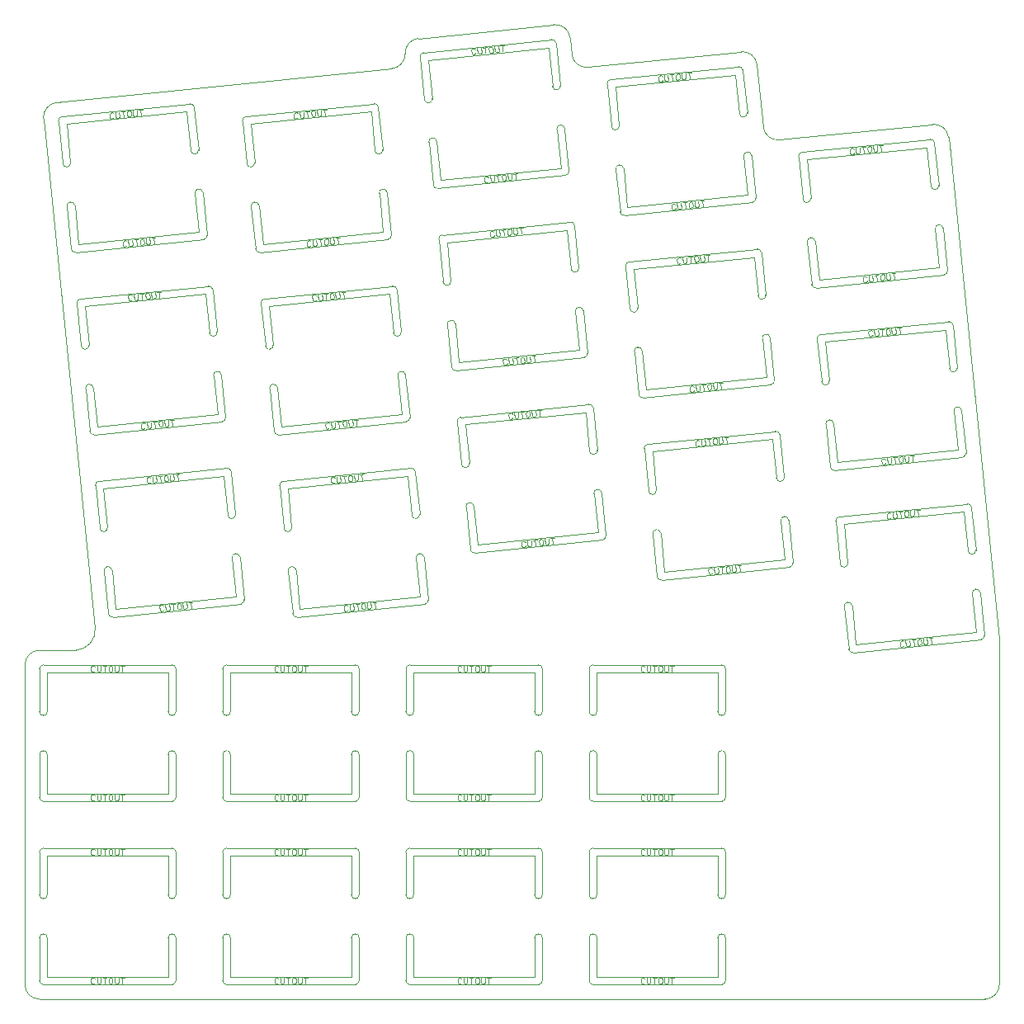
<source format=gko>
%FSAX24Y24*%
%MOIN*%
G70*
G01*
G75*
G04 Layer_Color=16711935*
G04:AMPARAMS|DCode=10|XSize=590.6mil|YSize=334.6mil|CornerRadius=83.7mil|HoleSize=0mil|Usage=FLASHONLY|Rotation=0.000|XOffset=0mil|YOffset=0mil|HoleType=Round|Shape=RoundedRectangle|*
%AMROUNDEDRECTD10*
21,1,0.5906,0.1673,0,0,0.0*
21,1,0.4232,0.3346,0,0,0.0*
1,1,0.1673,0.2116,-0.0837*
1,1,0.1673,-0.2116,-0.0837*
1,1,0.1673,-0.2116,0.0837*
1,1,0.1673,0.2116,0.0837*
%
%ADD10ROUNDEDRECTD10*%
G04:AMPARAMS|DCode=11|XSize=53.2mil|YSize=66.9mil|CornerRadius=13.3mil|HoleSize=0mil|Usage=FLASHONLY|Rotation=180.000|XOffset=0mil|YOffset=0mil|HoleType=Round|Shape=RoundedRectangle|*
%AMROUNDEDRECTD11*
21,1,0.0532,0.0404,0,0,180.0*
21,1,0.0266,0.0669,0,0,180.0*
1,1,0.0266,-0.0133,0.0202*
1,1,0.0266,0.0133,0.0202*
1,1,0.0266,0.0133,-0.0202*
1,1,0.0266,-0.0133,-0.0202*
%
%ADD11ROUNDEDRECTD11*%
G04:AMPARAMS|DCode=12|XSize=25.6mil|YSize=61mil|CornerRadius=6.4mil|HoleSize=0mil|Usage=FLASHONLY|Rotation=270.000|XOffset=0mil|YOffset=0mil|HoleType=Round|Shape=RoundedRectangle|*
%AMROUNDEDRECTD12*
21,1,0.0256,0.0482,0,0,270.0*
21,1,0.0128,0.0610,0,0,270.0*
1,1,0.0128,-0.0241,-0.0064*
1,1,0.0128,-0.0241,0.0064*
1,1,0.0128,0.0241,0.0064*
1,1,0.0128,0.0241,-0.0064*
%
%ADD12ROUNDEDRECTD12*%
G04:AMPARAMS|DCode=13|XSize=27.6mil|YSize=78.7mil|CornerRadius=6.9mil|HoleSize=0mil|Usage=FLASHONLY|Rotation=180.000|XOffset=0mil|YOffset=0mil|HoleType=Round|Shape=RoundedRectangle|*
%AMROUNDEDRECTD13*
21,1,0.0276,0.0650,0,0,180.0*
21,1,0.0138,0.0787,0,0,180.0*
1,1,0.0138,-0.0069,0.0325*
1,1,0.0138,0.0069,0.0325*
1,1,0.0138,0.0069,-0.0325*
1,1,0.0138,-0.0069,-0.0325*
%
%ADD13ROUNDEDRECTD13*%
G04:AMPARAMS|DCode=14|XSize=27.6mil|YSize=78.7mil|CornerRadius=6.9mil|HoleSize=0mil|Usage=FLASHONLY|Rotation=270.000|XOffset=0mil|YOffset=0mil|HoleType=Round|Shape=RoundedRectangle|*
%AMROUNDEDRECTD14*
21,1,0.0276,0.0650,0,0,270.0*
21,1,0.0138,0.0787,0,0,270.0*
1,1,0.0138,-0.0325,-0.0069*
1,1,0.0138,-0.0325,0.0069*
1,1,0.0138,0.0325,0.0069*
1,1,0.0138,0.0325,-0.0069*
%
%ADD14ROUNDEDRECTD14*%
%ADD15C,0.0100*%
%ADD16C,0.0197*%
%ADD17C,0.0098*%
%ADD18C,0.0669*%
%ADD19C,0.0433*%
%ADD20C,0.0787*%
%ADD21R,0.0591X0.0591*%
%ADD22C,0.0591*%
%ADD23C,0.0630*%
%ADD24C,0.0394*%
%ADD25C,0.1693*%
%ADD26C,0.0984*%
G04:AMPARAMS|DCode=27|XSize=98.4mil|YSize=70.9mil|CornerRadius=0mil|HoleSize=0mil|Usage=FLASHONLY|Rotation=5.800|XOffset=0mil|YOffset=0mil|HoleType=Round|Shape=Round|*
%AMOVALD27*
21,1,0.0276,0.0709,0.0000,0.0000,5.8*
1,1,0.0709,-0.0137,-0.0014*
1,1,0.0709,0.0137,0.0014*
%
%ADD27OVALD27*%

%ADD28O,0.0984X0.0709*%
%ADD29C,0.0236*%
%ADD30C,0.0157*%
G04:AMPARAMS|DCode=31|XSize=598.6mil|YSize=342.6mil|CornerRadius=87.7mil|HoleSize=0mil|Usage=FLASHONLY|Rotation=0.000|XOffset=0mil|YOffset=0mil|HoleType=Round|Shape=RoundedRectangle|*
%AMROUNDEDRECTD31*
21,1,0.5986,0.1673,0,0,0.0*
21,1,0.4232,0.3426,0,0,0.0*
1,1,0.1753,0.2116,-0.0837*
1,1,0.1753,-0.2116,-0.0837*
1,1,0.1753,-0.2116,0.0837*
1,1,0.1753,0.2116,0.0837*
%
%ADD31ROUNDEDRECTD31*%
G04:AMPARAMS|DCode=32|XSize=61.2mil|YSize=74.9mil|CornerRadius=17.3mil|HoleSize=0mil|Usage=FLASHONLY|Rotation=180.000|XOffset=0mil|YOffset=0mil|HoleType=Round|Shape=RoundedRectangle|*
%AMROUNDEDRECTD32*
21,1,0.0612,0.0404,0,0,180.0*
21,1,0.0266,0.0749,0,0,180.0*
1,1,0.0346,-0.0133,0.0202*
1,1,0.0346,0.0133,0.0202*
1,1,0.0346,0.0133,-0.0202*
1,1,0.0346,-0.0133,-0.0202*
%
%ADD32ROUNDEDRECTD32*%
G04:AMPARAMS|DCode=33|XSize=33.6mil|YSize=69mil|CornerRadius=10.4mil|HoleSize=0mil|Usage=FLASHONLY|Rotation=270.000|XOffset=0mil|YOffset=0mil|HoleType=Round|Shape=RoundedRectangle|*
%AMROUNDEDRECTD33*
21,1,0.0336,0.0482,0,0,270.0*
21,1,0.0128,0.0690,0,0,270.0*
1,1,0.0208,-0.0241,-0.0064*
1,1,0.0208,-0.0241,0.0064*
1,1,0.0208,0.0241,0.0064*
1,1,0.0208,0.0241,-0.0064*
%
%ADD33ROUNDEDRECTD33*%
G04:AMPARAMS|DCode=34|XSize=35.6mil|YSize=86.7mil|CornerRadius=10.9mil|HoleSize=0mil|Usage=FLASHONLY|Rotation=180.000|XOffset=0mil|YOffset=0mil|HoleType=Round|Shape=RoundedRectangle|*
%AMROUNDEDRECTD34*
21,1,0.0356,0.0650,0,0,180.0*
21,1,0.0138,0.0867,0,0,180.0*
1,1,0.0218,-0.0069,0.0325*
1,1,0.0218,0.0069,0.0325*
1,1,0.0218,0.0069,-0.0325*
1,1,0.0218,-0.0069,-0.0325*
%
%ADD34ROUNDEDRECTD34*%
G04:AMPARAMS|DCode=35|XSize=35.6mil|YSize=86.7mil|CornerRadius=10.9mil|HoleSize=0mil|Usage=FLASHONLY|Rotation=270.000|XOffset=0mil|YOffset=0mil|HoleType=Round|Shape=RoundedRectangle|*
%AMROUNDEDRECTD35*
21,1,0.0356,0.0650,0,0,270.0*
21,1,0.0138,0.0867,0,0,270.0*
1,1,0.0218,-0.0325,-0.0069*
1,1,0.0218,-0.0325,0.0069*
1,1,0.0218,0.0325,0.0069*
1,1,0.0218,0.0325,-0.0069*
%
%ADD35ROUNDEDRECTD35*%
%ADD36C,0.0867*%
%ADD37R,0.0671X0.0671*%
%ADD38C,0.0671*%
%ADD39C,0.0710*%
%ADD40C,0.1773*%
%ADD41C,0.1064*%
G04:AMPARAMS|DCode=42|XSize=106.4mil|YSize=78.9mil|CornerRadius=0mil|HoleSize=0mil|Usage=FLASHONLY|Rotation=5.800|XOffset=0mil|YOffset=0mil|HoleType=Round|Shape=Round|*
%AMOVALD42*
21,1,0.0276,0.0789,0.0000,0.0000,5.8*
1,1,0.0789,-0.0137,-0.0014*
1,1,0.0789,0.0137,0.0014*
%
%ADD42OVALD42*%

%ADD43O,0.1064X0.0789*%
%ADD44C,0.0039*%
%ADD45C,0.0020*%
D44*
X041417Y053465D02*
G03*
X042209Y054377I-000023J000819D01*
G01*
X054200Y076964D02*
G03*
X054731Y077550I-000060J000588D01*
G01*
X055264Y078180D02*
G03*
X054733Y077605I000060J-000588D01*
G01*
X061395Y078209D02*
G03*
X060747Y078737I-000588J-000060D01*
G01*
X061462Y077543D02*
G03*
X062109Y077016I000588J000060D01*
G01*
X068945Y077116D02*
G03*
X068298Y077644I-000588J-000060D01*
G01*
X069200Y074610D02*
G03*
X069847Y074082I000588J000060D01*
G01*
X076683Y074182D02*
G03*
X076036Y074710I-000588J-000060D01*
G01*
X078150Y039370D02*
G03*
X078740Y039961I-000000J000591D01*
G01*
X040648Y075587D02*
G03*
X040120Y074940I000060J-000588D01*
G01*
X039967Y053465D02*
G03*
X039370Y052874I-000003J-000594D01*
G01*
X039370Y039961D02*
G03*
X039961Y039370I000591J000000D01*
G01*
X046591Y070061D02*
G03*
X046732Y070234I-000016J000157D01*
G01*
X041248Y069677D02*
G03*
X041421Y069536I000157J000016D01*
G01*
X040864Y075020D02*
G03*
X040723Y074847I000016J-000157D01*
G01*
X046207Y075404D02*
G03*
X046034Y075545I-000157J-000016D01*
G01*
X041386Y071432D02*
G03*
X041073Y071400I-000157J-000016D01*
G01*
X040898Y073124D02*
G03*
X041211Y073156I000157J000016D01*
G01*
X046557Y071957D02*
G03*
X046243Y071926I-000157J-000016D01*
G01*
X046068Y073649D02*
G03*
X046382Y073681I000157J000016D01*
G01*
X054031Y070061D02*
G03*
X054171Y070234I-000016J000157D01*
G01*
X048688Y069677D02*
G03*
X048860Y069536I000157J000016D01*
G01*
X048303Y075020D02*
G03*
X048163Y074847I000016J-000157D01*
G01*
X053646Y075404D02*
G03*
X053474Y075545I-000157J-000016D01*
G01*
X048826Y071432D02*
G03*
X048513Y071400I-000157J-000016D01*
G01*
X048338Y073124D02*
G03*
X048651Y073155I000157J000016D01*
G01*
X053996Y071957D02*
G03*
X053683Y071925I-000157J-000016D01*
G01*
X053508Y073649D02*
G03*
X053821Y073681I000157J000016D01*
G01*
X061207Y072650D02*
G03*
X061348Y072823I-000016J000157D01*
G01*
X055865Y072266D02*
G03*
X056037Y072125I000157J000016D01*
G01*
X055480Y077609D02*
G03*
X055339Y077436I000016J-000157D01*
G01*
X060823Y077993D02*
G03*
X060650Y078134I-000157J-000016D01*
G01*
X056003Y074021D02*
G03*
X055690Y073989I-000157J-000016D01*
G01*
X055514Y075713D02*
G03*
X055828Y075744I000157J000016D01*
G01*
X061173Y074546D02*
G03*
X060860Y074514I-000157J-000016D01*
G01*
X060685Y076238D02*
G03*
X060998Y076270I000157J000016D01*
G01*
X068758Y071557D02*
G03*
X068899Y071730I-000016J000157D01*
G01*
X063415Y071173D02*
G03*
X063588Y071032I000157J000016D01*
G01*
X063031Y076516D02*
G03*
X062890Y076343I000016J-000157D01*
G01*
X068374Y076900D02*
G03*
X068201Y077041I-000157J-000016D01*
G01*
X063554Y072928D02*
G03*
X063240Y072896I-000157J-000016D01*
G01*
X063065Y074620D02*
G03*
X063378Y074651I000157J000016D01*
G01*
X068724Y073453D02*
G03*
X068410Y073421I-000157J-000016D01*
G01*
X068235Y075145D02*
G03*
X068549Y075177I000157J000016D01*
G01*
X076496Y068623D02*
G03*
X076637Y068796I-000016J000157D01*
G01*
X071153Y068239D02*
G03*
X071326Y068098I000157J000016D01*
G01*
X070769Y073582D02*
G03*
X070628Y073409I000016J-000157D01*
G01*
X076111Y073966D02*
G03*
X075939Y074107I-000157J-000016D01*
G01*
X071291Y069994D02*
G03*
X070978Y069962I-000157J-000016D01*
G01*
X070803Y071686D02*
G03*
X071116Y071718I000157J000016D01*
G01*
X076461Y070519D02*
G03*
X076148Y070487I-000157J-000016D01*
G01*
X075973Y072211D02*
G03*
X076286Y072243I000157J000016D01*
G01*
X047339Y062698D02*
G03*
X047480Y062870I-000016J000157D01*
G01*
X041996Y062313D02*
G03*
X042169Y062172I000157J000016D01*
G01*
X041612Y067656D02*
G03*
X041471Y067483I000016J-000157D01*
G01*
X046955Y068040D02*
G03*
X046782Y068181I-000157J-000016D01*
G01*
X042134Y064068D02*
G03*
X041821Y064037I-000157J-000016D01*
G01*
X041646Y065760D02*
G03*
X041959Y065792I000157J000016D01*
G01*
X047305Y064594D02*
G03*
X046991Y064562I-000157J-000016D01*
G01*
X046816Y066285D02*
G03*
X047130Y066317I000157J000016D01*
G01*
X054779Y062698D02*
G03*
X054919Y062870I-000016J000157D01*
G01*
X049436Y062313D02*
G03*
X049608Y062172I000157J000016D01*
G01*
X049051Y067656D02*
G03*
X048911Y067483I000016J-000157D01*
G01*
X054394Y068040D02*
G03*
X054222Y068181I-000157J-000016D01*
G01*
X049574Y064068D02*
G03*
X049261Y064037I-000157J-000016D01*
G01*
X049086Y065760D02*
G03*
X049399Y065792I000157J000016D01*
G01*
X054744Y064594D02*
G03*
X054431Y064562I-000157J-000016D01*
G01*
X054256Y066285D02*
G03*
X054569Y066317I000157J000016D01*
G01*
X061955Y065286D02*
G03*
X062096Y065459I-000016J000157D01*
G01*
X056613Y064902D02*
G03*
X056785Y064761I000157J000016D01*
G01*
X056228Y070245D02*
G03*
X056087Y070072I000016J-000157D01*
G01*
X061571Y070629D02*
G03*
X061398Y070770I-000157J-000016D01*
G01*
X056751Y066657D02*
G03*
X056438Y066625I-000157J-000016D01*
G01*
X056262Y068349D02*
G03*
X056576Y068381I000157J000016D01*
G01*
X061921Y067182D02*
G03*
X061608Y067151I-000157J-000016D01*
G01*
X061433Y068874D02*
G03*
X061746Y068906I000157J000016D01*
G01*
X069506Y064193D02*
G03*
X069647Y064366I-000016J000157D01*
G01*
X064163Y063809D02*
G03*
X064336Y063668I000157J000016D01*
G01*
X063779Y069152D02*
G03*
X063638Y068979I000016J-000157D01*
G01*
X069122Y069536D02*
G03*
X068949Y069677I-000157J-000016D01*
G01*
X064302Y065564D02*
G03*
X063988Y065532I-000157J-000016D01*
G01*
X063813Y067256D02*
G03*
X064126Y067288I000157J000016D01*
G01*
X069472Y066089D02*
G03*
X069158Y066058I-000157J-000016D01*
G01*
X068983Y067781D02*
G03*
X069297Y067813I000157J000016D01*
G01*
X077244Y061260D02*
G03*
X077385Y061432I-000016J000157D01*
G01*
X071901Y060875D02*
G03*
X072073Y060734I000157J000016D01*
G01*
X071516Y066218D02*
G03*
X071376Y066045I000016J-000157D01*
G01*
X076859Y066602D02*
G03*
X076687Y066743I-000157J-000016D01*
G01*
X072039Y062630D02*
G03*
X071726Y062599I-000157J-000016D01*
G01*
X071551Y064322D02*
G03*
X071864Y064354I000157J000016D01*
G01*
X077209Y063156D02*
G03*
X076896Y063124I-000157J-000016D01*
G01*
X076721Y064847D02*
G03*
X077034Y064879I000157J000016D01*
G01*
X048087Y055334D02*
G03*
X048228Y055507I-000016J000157D01*
G01*
X042744Y054950D02*
G03*
X042917Y054809I000157J000016D01*
G01*
X042360Y060292D02*
G03*
X042219Y060120I000016J-000157D01*
G01*
X047703Y060677D02*
G03*
X047530Y060818I-000157J-000016D01*
G01*
X042882Y056705D02*
G03*
X042569Y056673I-000157J-000016D01*
G01*
X042394Y058396D02*
G03*
X042707Y058428I000157J000016D01*
G01*
X048053Y057230D02*
G03*
X047739Y057198I-000157J-000016D01*
G01*
X047564Y058922D02*
G03*
X047878Y058953I000157J000016D01*
G01*
X055527Y055334D02*
G03*
X055667Y055506I-000016J000157D01*
G01*
X050184Y054949D02*
G03*
X050356Y054809I000157J000016D01*
G01*
X049799Y060292D02*
G03*
X049659Y060120I000016J-000157D01*
G01*
X055142Y060677D02*
G03*
X054970Y060817I-000157J-000016D01*
G01*
X050322Y056705D02*
G03*
X050009Y056673I-000157J-000016D01*
G01*
X049834Y058396D02*
G03*
X050147Y058428I000157J000016D01*
G01*
X055492Y057230D02*
G03*
X055179Y057198I-000157J-000016D01*
G01*
X055004Y058921D02*
G03*
X055317Y058953I000157J000016D01*
G01*
X062703Y057923D02*
G03*
X062844Y058095I-000016J000157D01*
G01*
X057361Y057538D02*
G03*
X057533Y057398I000157J000016D01*
G01*
X056976Y062881D02*
G03*
X056835Y062709I000016J-000157D01*
G01*
X062319Y063266D02*
G03*
X062146Y063406I-000157J-000016D01*
G01*
X057499Y059294D02*
G03*
X057185Y059262I-000157J-000016D01*
G01*
X057010Y060985D02*
G03*
X057324Y061017I000157J000016D01*
G01*
X062669Y059819D02*
G03*
X062356Y059787I-000157J-000016D01*
G01*
X062181Y061510D02*
G03*
X062494Y061542I000157J000016D01*
G01*
X070254Y056830D02*
G03*
X070395Y057002I-000016J000157D01*
G01*
X064911Y056445D02*
G03*
X065084Y056305I000157J000016D01*
G01*
X064527Y061788D02*
G03*
X064386Y061616I000016J-000157D01*
G01*
X069870Y062173D02*
G03*
X069697Y062313I-000157J-000016D01*
G01*
X065050Y058201D02*
G03*
X064736Y058169I-000157J-000016D01*
G01*
X064561Y059892D02*
G03*
X064874Y059924I000157J000016D01*
G01*
X070220Y058726D02*
G03*
X069906Y058694I-000157J-000016D01*
G01*
X069731Y060417D02*
G03*
X070045Y060449I000157J000016D01*
G01*
X077992Y053896D02*
G03*
X078132Y054069I-000016J000157D01*
G01*
X072649Y053512D02*
G03*
X072821Y053371I000157J000016D01*
G01*
X072264Y058854D02*
G03*
X072124Y058682I000016J-000157D01*
G01*
X077607Y059239D02*
G03*
X077435Y059380I-000157J-000016D01*
G01*
X072787Y055267D02*
G03*
X072474Y055235I-000157J-000016D01*
G01*
X072299Y056958D02*
G03*
X072612Y056990I000157J000016D01*
G01*
X077957Y055792D02*
G03*
X077644Y055760I-000157J-000016D01*
G01*
X077469Y057484D02*
G03*
X077782Y057515I000157J000016D01*
G01*
X045315Y047362D02*
G03*
X045472Y047520I000000J000157D01*
G01*
X039961D02*
G03*
X040118Y047362I000157J000000D01*
G01*
Y052874D02*
G03*
X039961Y052717I000000J-000157D01*
G01*
X045472D02*
G03*
X045315Y052874I-000157J000000D01*
G01*
X040276Y049252D02*
G03*
X039961Y049252I-000157J-000000D01*
G01*
Y050984D02*
G03*
X040276Y050984I000157J000000D01*
G01*
X045472Y049252D02*
G03*
X045157Y049252I-000157J-000000D01*
G01*
Y050984D02*
G03*
X045472Y050984I000157J000000D01*
G01*
X052717Y047362D02*
G03*
X052874Y047520I000000J000157D01*
G01*
X047362D02*
G03*
X047520Y047362I000157J000000D01*
G01*
Y052874D02*
G03*
X047362Y052717I000000J-000157D01*
G01*
X052874D02*
G03*
X052717Y052874I-000157J000000D01*
G01*
X047677Y049252D02*
G03*
X047362Y049252I-000157J-000000D01*
G01*
Y050984D02*
G03*
X047677Y050984I000157J000000D01*
G01*
X052874Y049252D02*
G03*
X052559Y049252I-000157J-000000D01*
G01*
Y050984D02*
G03*
X052874Y050984I000157J000000D01*
G01*
X060118Y047362D02*
G03*
X060276Y047520I000000J000157D01*
G01*
X054764D02*
G03*
X054921Y047362I000157J000000D01*
G01*
Y052874D02*
G03*
X054764Y052717I000000J-000157D01*
G01*
X060276D02*
G03*
X060118Y052874I-000157J000000D01*
G01*
X055079Y049252D02*
G03*
X054764Y049252I-000157J-000000D01*
G01*
Y050984D02*
G03*
X055079Y050984I000157J000000D01*
G01*
X060276Y049252D02*
G03*
X059961Y049252I-000157J-000000D01*
G01*
Y050984D02*
G03*
X060276Y050984I000157J000000D01*
G01*
X067520Y047362D02*
G03*
X067677Y047520I000000J000157D01*
G01*
X062165D02*
G03*
X062323Y047362I000157J000000D01*
G01*
Y052874D02*
G03*
X062165Y052717I000000J-000157D01*
G01*
X067677D02*
G03*
X067520Y052874I-000157J000000D01*
G01*
X062480Y049252D02*
G03*
X062165Y049252I-000157J-000000D01*
G01*
Y050984D02*
G03*
X062480Y050984I000157J000000D01*
G01*
X067677Y049252D02*
G03*
X067362Y049252I-000157J-000000D01*
G01*
Y050984D02*
G03*
X067677Y050984I000157J000000D01*
G01*
X045315Y039961D02*
G03*
X045472Y040118I000000J000157D01*
G01*
X039961D02*
G03*
X040118Y039961I000157J000000D01*
G01*
Y045472D02*
G03*
X039961Y045315I000000J-000157D01*
G01*
X045472D02*
G03*
X045315Y045472I-000157J000000D01*
G01*
X040276Y041850D02*
G03*
X039961Y041850I-000157J-000000D01*
G01*
Y043583D02*
G03*
X040276Y043583I000157J000000D01*
G01*
X045472Y041850D02*
G03*
X045157Y041850I-000157J-000000D01*
G01*
Y043583D02*
G03*
X045472Y043583I000157J000000D01*
G01*
X052717Y039961D02*
G03*
X052874Y040118I000000J000157D01*
G01*
X047362D02*
G03*
X047520Y039961I000157J000000D01*
G01*
Y045472D02*
G03*
X047362Y045315I000000J-000157D01*
G01*
X052874D02*
G03*
X052717Y045472I-000157J000000D01*
G01*
X047677Y041850D02*
G03*
X047362Y041850I-000157J-000000D01*
G01*
Y043583D02*
G03*
X047677Y043583I000157J000000D01*
G01*
X052874Y041850D02*
G03*
X052559Y041850I-000157J-000000D01*
G01*
Y043583D02*
G03*
X052874Y043583I000157J000000D01*
G01*
X060118Y039961D02*
G03*
X060276Y040118I000000J000157D01*
G01*
X054764D02*
G03*
X054921Y039961I000157J000000D01*
G01*
Y045472D02*
G03*
X054764Y045315I000000J-000157D01*
G01*
X060276D02*
G03*
X060118Y045472I-000157J000000D01*
G01*
X055079Y041850D02*
G03*
X054764Y041850I-000157J-000000D01*
G01*
Y043583D02*
G03*
X055079Y043583I000157J000000D01*
G01*
X060276Y041850D02*
G03*
X059961Y041850I-000157J-000000D01*
G01*
Y043583D02*
G03*
X060276Y043583I000157J000000D01*
G01*
X067520Y039961D02*
G03*
X067677Y040118I000000J000157D01*
G01*
X062165D02*
G03*
X062323Y039961I000157J000000D01*
G01*
Y045472D02*
G03*
X062165Y045315I000000J-000157D01*
G01*
X067677D02*
G03*
X067520Y045472I-000157J000000D01*
G01*
X062480Y041850D02*
G03*
X062165Y041850I-000157J-000000D01*
G01*
Y043583D02*
G03*
X062480Y043583I000157J000000D01*
G01*
X067677Y041850D02*
G03*
X067362Y041850I-000157J-000000D01*
G01*
Y043583D02*
G03*
X067677Y043583I000157J000000D01*
G01*
X054731Y077550D02*
X054733Y077605D01*
X076683Y074182D02*
X078740Y053932D01*
X069847Y074082D02*
X076036Y074710D01*
X068945Y077116D02*
X069200Y074610D01*
X062109Y077016D02*
X068298Y077644D01*
X061395Y078209D02*
X061462Y077543D01*
X055264Y078180D02*
X060747Y078737D01*
X040648Y075587D02*
X054200Y076964D01*
X040120Y074940D02*
X042209Y054377D01*
X039967Y053465D02*
X041417D01*
X039370Y039961D02*
Y052874D01*
X039961Y039370D02*
X078150D01*
X078740Y039961D02*
Y053932D01*
X041421Y069536D02*
X046591Y070061D01*
X041546Y069865D02*
X046403Y070359D01*
X041052Y074722D02*
X045909Y075216D01*
X040864Y075020D02*
X046034Y075545D01*
X041386Y071432D02*
X041546Y069865D01*
X041073Y071400D02*
X041248Y069677D01*
X046243Y071926D02*
X046403Y070359D01*
X046557Y071957D02*
X046732Y070234D01*
X045909Y075216D02*
X046068Y073649D01*
X046207Y075404D02*
X046382Y073681D01*
X041052Y074722D02*
X041211Y073156D01*
X040723Y074847D02*
X040898Y073124D01*
X048860Y069536D02*
X054031Y070061D01*
X048985Y069865D02*
X053842Y070359D01*
X048492Y074722D02*
X053349Y075216D01*
X048303Y075020D02*
X053474Y075545D01*
X048826Y071432D02*
X048985Y069865D01*
X048513Y071400D02*
X048688Y069677D01*
X053683Y071925D02*
X053842Y070359D01*
X053996Y071957D02*
X054171Y070234D01*
X053349Y075216D02*
X053508Y073649D01*
X053646Y075404D02*
X053821Y073681D01*
X048492Y074722D02*
X048651Y073155D01*
X048163Y074847D02*
X048338Y073124D01*
X056037Y072125D02*
X061207Y072650D01*
X056162Y072454D02*
X061019Y072948D01*
X055669Y077311D02*
X060526Y077804D01*
X055480Y077609D02*
X060650Y078134D01*
X056003Y074021D02*
X056162Y072454D01*
X055690Y073989D02*
X055865Y072266D01*
X060860Y074514D02*
X061019Y072948D01*
X061173Y074546D02*
X061348Y072823D01*
X060526Y077804D02*
X060685Y076238D01*
X060823Y077993D02*
X060998Y076270D01*
X055669Y077311D02*
X055828Y075744D01*
X055339Y077436D02*
X055514Y075713D01*
X063588Y071032D02*
X068758Y071557D01*
X063713Y071361D02*
X068570Y071855D01*
X063219Y076218D02*
X068076Y076711D01*
X063031Y076516D02*
X068201Y077041D01*
X063554Y072928D02*
X063713Y071361D01*
X063240Y072896D02*
X063415Y071173D01*
X068410Y073421D02*
X068570Y071855D01*
X068724Y073453D02*
X068899Y071730D01*
X068076Y076711D02*
X068235Y075145D01*
X068374Y076900D02*
X068549Y075177D01*
X063219Y076218D02*
X063378Y074651D01*
X062890Y076343D02*
X063065Y074620D01*
X071326Y068098D02*
X076496Y068623D01*
X071450Y068427D02*
X076307Y068921D01*
X070957Y073284D02*
X075814Y073778D01*
X070769Y073582D02*
X075939Y074107D01*
X071291Y069994D02*
X071450Y068427D01*
X070978Y069962D02*
X071153Y068239D01*
X076148Y070487D02*
X076307Y068921D01*
X076461Y070519D02*
X076637Y068796D01*
X075814Y073778D02*
X075973Y072211D01*
X076111Y073966D02*
X076286Y072243D01*
X070957Y073284D02*
X071116Y071718D01*
X070628Y073409D02*
X070803Y071686D01*
X042169Y062172D02*
X047339Y062698D01*
X042294Y062502D02*
X047151Y062995D01*
X041800Y067359D02*
X046657Y067852D01*
X041612Y067656D02*
X046782Y068181D01*
X042134Y064068D02*
X042294Y062502D01*
X041821Y064037D02*
X041996Y062313D01*
X046991Y064562D02*
X047151Y062995D01*
X047305Y064594D02*
X047480Y062870D01*
X046657Y067852D02*
X046816Y066285D01*
X046955Y068040D02*
X047130Y066317D01*
X041800Y067359D02*
X041959Y065792D01*
X041471Y067483D02*
X041646Y065760D01*
X049608Y062172D02*
X054779Y062698D01*
X049733Y062502D02*
X054590Y062995D01*
X049240Y067358D02*
X054097Y067852D01*
X049051Y067656D02*
X054222Y068181D01*
X049574Y064068D02*
X049733Y062502D01*
X049261Y064037D02*
X049436Y062313D01*
X054431Y064562D02*
X054590Y062995D01*
X054744Y064594D02*
X054919Y062870D01*
X054097Y067852D02*
X054256Y066285D01*
X054394Y068040D02*
X054569Y066317D01*
X049240Y067358D02*
X049399Y065792D01*
X048911Y067483D02*
X049086Y065760D01*
X056785Y064761D02*
X061955Y065286D01*
X056910Y065090D02*
X061767Y065584D01*
X056417Y069947D02*
X061274Y070441D01*
X056228Y070245D02*
X061398Y070770D01*
X056751Y066657D02*
X056910Y065090D01*
X056438Y066625D02*
X056613Y064902D01*
X061608Y067151D02*
X061767Y065584D01*
X061921Y067182D02*
X062096Y065459D01*
X061274Y070441D02*
X061433Y068874D01*
X061571Y070629D02*
X061746Y068906D01*
X056417Y069947D02*
X056576Y068381D01*
X056087Y070072D02*
X056262Y068349D01*
X064336Y063668D02*
X069506Y064193D01*
X064461Y063998D02*
X069318Y064491D01*
X063967Y068854D02*
X068824Y069348D01*
X063779Y069152D02*
X068949Y069677D01*
X064302Y065564D02*
X064461Y063998D01*
X063988Y065532D02*
X064163Y063809D01*
X069158Y066058D02*
X069318Y064491D01*
X069472Y066089D02*
X069647Y064366D01*
X068824Y069348D02*
X068983Y067781D01*
X069122Y069536D02*
X069297Y067813D01*
X063967Y068854D02*
X064126Y067288D01*
X063638Y068979D02*
X063813Y067256D01*
X072073Y060734D02*
X077244Y061260D01*
X072198Y061064D02*
X077055Y061557D01*
X071705Y065921D02*
X076562Y066414D01*
X071516Y066218D02*
X076687Y066743D01*
X072039Y062630D02*
X072198Y061064D01*
X071726Y062599D02*
X071901Y060875D01*
X076896Y063124D02*
X077055Y061557D01*
X077209Y063156D02*
X077385Y061432D01*
X076562Y066414D02*
X076721Y064847D01*
X076859Y066602D02*
X077034Y064879D01*
X071705Y065921D02*
X071864Y064354D01*
X071376Y066045D02*
X071551Y064322D01*
X042917Y054809D02*
X048087Y055334D01*
X043042Y055138D02*
X047899Y055631D01*
X042548Y059995D02*
X047405Y060488D01*
X042360Y060292D02*
X047530Y060818D01*
X042882Y056705D02*
X043042Y055138D01*
X042569Y056673D02*
X042744Y054950D01*
X047739Y057198D02*
X047899Y055631D01*
X048053Y057230D02*
X048228Y055507D01*
X047405Y060488D02*
X047564Y058922D01*
X047703Y060677D02*
X047878Y058953D01*
X042548Y059995D02*
X042707Y058428D01*
X042219Y060120D02*
X042394Y058396D01*
X050356Y054809D02*
X055527Y055334D01*
X050481Y055138D02*
X055338Y055631D01*
X049988Y059995D02*
X054845Y060488D01*
X049799Y060292D02*
X054970Y060817D01*
X050322Y056705D02*
X050481Y055138D01*
X050009Y056673D02*
X050184Y054949D01*
X055179Y057198D02*
X055338Y055631D01*
X055492Y057230D02*
X055667Y055506D01*
X054845Y060488D02*
X055004Y058921D01*
X055142Y060677D02*
X055317Y058953D01*
X049988Y059995D02*
X050147Y058428D01*
X049659Y060120D02*
X049834Y058396D01*
X057533Y057398D02*
X062703Y057923D01*
X057658Y057727D02*
X062515Y058220D01*
X057165Y062584D02*
X062022Y063077D01*
X056976Y062881D02*
X062146Y063406D01*
X057499Y059294D02*
X057658Y057727D01*
X057185Y059262D02*
X057361Y057538D01*
X062356Y059787D02*
X062515Y058220D01*
X062669Y059819D02*
X062844Y058095D01*
X062022Y063077D02*
X062181Y061510D01*
X062319Y063266D02*
X062494Y061542D01*
X057165Y062584D02*
X057324Y061017D01*
X056835Y062709D02*
X057010Y060985D01*
X065084Y056305D02*
X070254Y056830D01*
X065209Y056634D02*
X070066Y057127D01*
X064715Y061491D02*
X069572Y061984D01*
X064527Y061788D02*
X069697Y062313D01*
X065050Y058201D02*
X065209Y056634D01*
X064736Y058169D02*
X064911Y056445D01*
X069906Y058694D02*
X070066Y057127D01*
X070220Y058726D02*
X070395Y057002D01*
X069572Y061984D02*
X069731Y060417D01*
X069870Y062173D02*
X070045Y060449D01*
X064715Y061491D02*
X064874Y059924D01*
X064386Y061616D02*
X064561Y059892D01*
X072821Y053371D02*
X077992Y053896D01*
X072946Y053700D02*
X077803Y054193D01*
X072453Y058557D02*
X077310Y059050D01*
X072264Y058854D02*
X077435Y059380D01*
X072787Y055267D02*
X072946Y053700D01*
X072474Y055235D02*
X072649Y053512D01*
X077644Y055760D02*
X077803Y054193D01*
X077957Y055792D02*
X078132Y054069D01*
X077310Y059050D02*
X077469Y057484D01*
X077607Y059239D02*
X077782Y057515D01*
X072453Y058557D02*
X072612Y056990D01*
X072124Y058682D02*
X072299Y056958D01*
X040118Y047362D02*
X045315D01*
X040276Y047677D02*
X045157D01*
X040276Y052559D02*
X045157D01*
X040118Y052874D02*
X045315D01*
X040276Y047677D02*
X040276Y049252D01*
X039961Y047520D02*
Y049252D01*
X045157D02*
X045157Y047677D01*
X045472Y047520D02*
Y049252D01*
X045157Y050984D02*
X045157Y052559D01*
X045472Y050984D02*
Y052717D01*
X040276Y052559D02*
X040276Y050984D01*
X039961D02*
Y052717D01*
X047520Y047362D02*
X052717D01*
X047677Y047677D02*
X052559D01*
X047677Y052559D02*
X052559D01*
X047520Y052874D02*
X052717D01*
X047677Y047677D02*
X047677Y049252D01*
X047362Y047520D02*
Y049252D01*
X052559D02*
X052559Y047677D01*
X052874Y047520D02*
Y049252D01*
X052559Y050984D02*
X052559Y052559D01*
X052874Y050984D02*
Y052717D01*
X047677Y052559D02*
X047677Y050984D01*
X047362D02*
Y052717D01*
X054921Y047362D02*
X060118D01*
X055079Y047677D02*
X059961D01*
X055079Y052559D02*
X059961D01*
X054921Y052874D02*
X060118D01*
X055079Y047677D02*
X055079Y049252D01*
X054764Y047520D02*
Y049252D01*
X059961D02*
X059961Y047677D01*
X060276Y047520D02*
Y049252D01*
X059961Y050984D02*
X059961Y052559D01*
X060276Y050984D02*
Y052717D01*
X055079Y052559D02*
X055079Y050984D01*
X054764D02*
Y052717D01*
X062323Y047362D02*
X067520D01*
X062480Y047677D02*
X067362D01*
X062480Y052559D02*
X067362D01*
X062323Y052874D02*
X067520D01*
X062480Y047677D02*
X062480Y049252D01*
X062165Y047520D02*
Y049252D01*
X067362D02*
X067362Y047677D01*
X067677Y047520D02*
Y049252D01*
X067362Y050984D02*
X067362Y052559D01*
X067677Y050984D02*
Y052717D01*
X062480Y052559D02*
X062480Y050984D01*
X062165D02*
Y052717D01*
X040118Y039961D02*
X045315D01*
X040276Y040276D02*
X045157D01*
X040276Y045157D02*
X045157D01*
X040118Y045472D02*
X045315D01*
X040276Y040276D02*
X040276Y041850D01*
X039961Y040118D02*
Y041850D01*
X045157D02*
X045157Y040276D01*
X045472Y040118D02*
Y041850D01*
X045157Y043583D02*
X045157Y045157D01*
X045472Y043583D02*
Y045315D01*
X040276Y045157D02*
X040276Y043583D01*
X039961D02*
Y045315D01*
X047520Y039961D02*
X052717D01*
X047677Y040276D02*
X052559D01*
X047677Y045157D02*
X052559D01*
X047520Y045472D02*
X052717D01*
X047677Y040276D02*
X047677Y041850D01*
X047362Y040118D02*
Y041850D01*
X052559D02*
X052559Y040276D01*
X052874Y040118D02*
Y041850D01*
X052559Y043583D02*
X052559Y045157D01*
X052874Y043583D02*
Y045315D01*
X047677Y045157D02*
X047677Y043583D01*
X047362D02*
Y045315D01*
X054921Y039961D02*
X060118D01*
X055079Y040276D02*
X059961D01*
X055079Y045157D02*
X059961D01*
X054921Y045472D02*
X060118D01*
X055079Y040276D02*
X055079Y041850D01*
X054764Y040118D02*
Y041850D01*
X059961D02*
X059961Y040276D01*
X060276Y040118D02*
Y041850D01*
X059961Y043583D02*
X059961Y045157D01*
X060276Y043583D02*
Y045315D01*
X055079Y045157D02*
X055079Y043583D01*
X054764D02*
Y045315D01*
X062323Y039961D02*
X067520D01*
X062480Y040276D02*
X067362D01*
X062480Y045157D02*
X067362D01*
X062323Y045472D02*
X067520D01*
X062480Y040276D02*
X062480Y041850D01*
X062165Y040118D02*
Y041850D01*
X067362D02*
X067362Y040276D01*
X067677Y040118D02*
Y041850D01*
X067362Y043583D02*
X067362Y045157D01*
X067677Y043583D02*
Y045315D01*
X062480Y045157D02*
X062480Y043583D01*
X062165D02*
Y045315D01*
D45*
X043473Y069982D02*
X043430Y070017D01*
X043351Y070009D01*
X043316Y069966D01*
X043332Y069809D01*
X043375Y069774D01*
X043454Y069782D01*
X043489Y069825D01*
X043547Y070029D02*
X043567Y069833D01*
X043610Y069798D01*
X043688Y069806D01*
X043724Y069849D01*
X043704Y070045D01*
X043782Y070053D02*
X043939Y070069D01*
X043860Y070061D01*
X043884Y069826D01*
X044134Y070089D02*
X044056Y070081D01*
X044021Y070038D01*
X044037Y069881D01*
X044080Y069846D01*
X044158Y069854D01*
X044194Y069897D01*
X044178Y070054D01*
X044134Y070089D01*
X044252Y070101D02*
X044272Y069905D01*
X044315Y069870D01*
X044393Y069878D01*
X044428Y069921D01*
X044409Y070117D01*
X044487Y070125D02*
X044644Y070140D01*
X044565Y070132D01*
X044589Y069898D01*
X042948Y075152D02*
X042905Y075187D01*
X042826Y075179D01*
X042791Y075136D01*
X042807Y074980D01*
X042850Y074945D01*
X042928Y074952D01*
X042964Y074996D01*
X043022Y075199D02*
X043042Y075004D01*
X043085Y074968D01*
X043163Y074976D01*
X043198Y075019D01*
X043179Y075215D01*
X043257Y075223D02*
X043414Y075239D01*
X043335Y075231D01*
X043359Y074996D01*
X043609Y075259D02*
X043531Y075251D01*
X043496Y075208D01*
X043512Y075051D01*
X043555Y075016D01*
X043633Y075024D01*
X043668Y075067D01*
X043652Y075224D01*
X043609Y075259D01*
X043727Y075271D02*
X043747Y075075D01*
X043790Y075040D01*
X043868Y075048D01*
X043903Y075091D01*
X043883Y075287D01*
X043962Y075295D02*
X044118Y075311D01*
X044040Y075303D01*
X044064Y075068D01*
X050912Y069982D02*
X050869Y070017D01*
X050791Y070009D01*
X050756Y069966D01*
X050772Y069809D01*
X050815Y069774D01*
X050893Y069782D01*
X050928Y069825D01*
X050987Y070029D02*
X051007Y069833D01*
X051050Y069798D01*
X051128Y069806D01*
X051163Y069849D01*
X051143Y070045D01*
X051222Y070053D02*
X051378Y070069D01*
X051300Y070061D01*
X051324Y069826D01*
X051574Y070089D02*
X051496Y070081D01*
X051461Y070038D01*
X051477Y069881D01*
X051520Y069846D01*
X051598Y069854D01*
X051633Y069897D01*
X051617Y070053D01*
X051574Y070089D01*
X051692Y070101D02*
X051712Y069905D01*
X051755Y069870D01*
X051833Y069878D01*
X051868Y069921D01*
X051848Y070116D01*
X051927Y070124D02*
X052083Y070140D01*
X052005Y070132D01*
X052029Y069897D01*
X050387Y075152D02*
X050344Y075187D01*
X050266Y075179D01*
X050231Y075136D01*
X050247Y074980D01*
X050290Y074944D01*
X050368Y074952D01*
X050403Y074995D01*
X050462Y075199D02*
X050482Y075003D01*
X050525Y074968D01*
X050603Y074976D01*
X050638Y075019D01*
X050618Y075215D01*
X050697Y075223D02*
X050853Y075239D01*
X050775Y075231D01*
X050799Y074996D01*
X051049Y075259D02*
X050971Y075251D01*
X050936Y075208D01*
X050951Y075051D01*
X050995Y075016D01*
X051073Y075024D01*
X051108Y075067D01*
X051092Y075224D01*
X051049Y075259D01*
X051166Y075271D02*
X051186Y075075D01*
X051229Y075040D01*
X051308Y075048D01*
X051343Y075091D01*
X051323Y075287D01*
X051401Y075295D02*
X051558Y075311D01*
X051480Y075303D01*
X051504Y075068D01*
X058089Y072571D02*
X058046Y072606D01*
X057968Y072598D01*
X057933Y072555D01*
X057948Y072398D01*
X057992Y072363D01*
X058070Y072371D01*
X058105Y072414D01*
X058164Y072618D02*
X058183Y072422D01*
X058227Y072387D01*
X058305Y072395D01*
X058340Y072438D01*
X058320Y072634D01*
X058398Y072642D02*
X058555Y072658D01*
X058477Y072650D01*
X058501Y072415D01*
X058751Y072677D02*
X058673Y072670D01*
X058637Y072626D01*
X058653Y072470D01*
X058696Y072435D01*
X058775Y072443D01*
X058810Y072486D01*
X058794Y072642D01*
X058751Y072677D01*
X058868Y072689D02*
X058888Y072494D01*
X058931Y072458D01*
X059010Y072466D01*
X059045Y072510D01*
X059025Y072705D01*
X059103Y072713D02*
X059260Y072729D01*
X059182Y072721D01*
X059205Y072486D01*
X057564Y077741D02*
X057521Y077776D01*
X057443Y077768D01*
X057407Y077725D01*
X057423Y077568D01*
X057466Y077533D01*
X057545Y077541D01*
X057580Y077584D01*
X057638Y077788D02*
X057658Y077592D01*
X057701Y077557D01*
X057780Y077565D01*
X057815Y077608D01*
X057795Y077804D01*
X057873Y077812D02*
X058030Y077828D01*
X057952Y077820D01*
X057975Y077585D01*
X058226Y077848D02*
X058147Y077840D01*
X058112Y077797D01*
X058128Y077640D01*
X058171Y077605D01*
X058250Y077613D01*
X058285Y077656D01*
X058269Y077813D01*
X058226Y077848D01*
X058343Y077860D02*
X058363Y077664D01*
X058406Y077629D01*
X058484Y077637D01*
X058520Y077680D01*
X058500Y077876D01*
X058578Y077884D02*
X058735Y077899D01*
X058656Y077892D01*
X058680Y077657D01*
X065640Y071478D02*
X065597Y071513D01*
X065518Y071505D01*
X065483Y071462D01*
X065499Y071305D01*
X065542Y071270D01*
X065621Y071278D01*
X065656Y071321D01*
X065714Y071525D02*
X065734Y071329D01*
X065777Y071294D01*
X065856Y071302D01*
X065891Y071345D01*
X065871Y071541D01*
X065949Y071549D02*
X066106Y071565D01*
X066027Y071557D01*
X066051Y071322D01*
X066302Y071585D02*
X066223Y071577D01*
X066188Y071533D01*
X066204Y071377D01*
X066247Y071342D01*
X066325Y071350D01*
X066361Y071393D01*
X066345Y071549D01*
X066302Y071585D01*
X066419Y071596D02*
X066439Y071401D01*
X066482Y071366D01*
X066560Y071373D01*
X066596Y071417D01*
X066576Y071612D01*
X066654Y071620D02*
X066811Y071636D01*
X066732Y071628D01*
X066756Y071393D01*
X065115Y076648D02*
X065072Y076683D01*
X064993Y076675D01*
X064958Y076632D01*
X064974Y076476D01*
X065017Y076440D01*
X065095Y076448D01*
X065131Y076491D01*
X065189Y076695D02*
X065209Y076499D01*
X065252Y076464D01*
X065330Y076472D01*
X065366Y076515D01*
X065346Y076711D01*
X065424Y076719D02*
X065581Y076735D01*
X065502Y076727D01*
X065526Y076492D01*
X065776Y076755D02*
X065698Y076747D01*
X065663Y076704D01*
X065679Y076547D01*
X065722Y076512D01*
X065800Y076520D01*
X065835Y076563D01*
X065819Y076720D01*
X065776Y076755D01*
X065894Y076767D02*
X065914Y076571D01*
X065957Y076536D01*
X066035Y076544D01*
X066070Y076587D01*
X066050Y076783D01*
X066129Y076791D02*
X066285Y076807D01*
X066207Y076799D01*
X066231Y076564D01*
X073378Y068544D02*
X073334Y068579D01*
X073256Y068571D01*
X073221Y068528D01*
X073237Y068371D01*
X073280Y068336D01*
X073358Y068344D01*
X073393Y068387D01*
X073452Y068591D02*
X073472Y068395D01*
X073515Y068360D01*
X073593Y068368D01*
X073628Y068411D01*
X073608Y068607D01*
X073687Y068615D02*
X073843Y068631D01*
X073765Y068623D01*
X073789Y068388D01*
X074039Y068651D02*
X073961Y068643D01*
X073926Y068600D01*
X073942Y068443D01*
X073985Y068408D01*
X074063Y068416D01*
X074098Y068459D01*
X074082Y068616D01*
X074039Y068651D01*
X074157Y068663D02*
X074177Y068467D01*
X074220Y068432D01*
X074298Y068440D01*
X074333Y068483D01*
X074313Y068679D01*
X074392Y068686D02*
X074548Y068702D01*
X074470Y068694D01*
X074494Y068460D01*
X072852Y073714D02*
X072809Y073749D01*
X072731Y073741D01*
X072696Y073698D01*
X072712Y073542D01*
X072755Y073506D01*
X072833Y073514D01*
X072868Y073558D01*
X072927Y073761D02*
X072947Y073566D01*
X072990Y073530D01*
X073068Y073538D01*
X073103Y073581D01*
X073083Y073777D01*
X073162Y073785D02*
X073318Y073801D01*
X073240Y073793D01*
X073264Y073558D01*
X073514Y073821D02*
X073436Y073813D01*
X073401Y073770D01*
X073416Y073613D01*
X073460Y073578D01*
X073538Y073586D01*
X073573Y073629D01*
X073557Y073786D01*
X073514Y073821D01*
X073632Y073833D02*
X073651Y073637D01*
X073695Y073602D01*
X073773Y073610D01*
X073808Y073653D01*
X073788Y073849D01*
X073866Y073857D02*
X074023Y073873D01*
X073945Y073865D01*
X073969Y073630D01*
X044221Y062618D02*
X044178Y062653D01*
X044099Y062646D01*
X044064Y062602D01*
X044080Y062446D01*
X044123Y062411D01*
X044202Y062419D01*
X044237Y062462D01*
X044295Y062665D02*
X044315Y062470D01*
X044358Y062434D01*
X044436Y062442D01*
X044472Y062486D01*
X044452Y062681D01*
X044530Y062689D02*
X044687Y062705D01*
X044608Y062697D01*
X044632Y062462D01*
X044882Y062725D02*
X044804Y062717D01*
X044769Y062674D01*
X044785Y062517D01*
X044828Y062482D01*
X044906Y062490D01*
X044942Y062533D01*
X044926Y062690D01*
X044882Y062725D01*
X045000Y062737D02*
X045020Y062541D01*
X045063Y062506D01*
X045141Y062514D01*
X045176Y062557D01*
X045157Y062753D01*
X045235Y062761D02*
X045391Y062777D01*
X045313Y062769D01*
X045337Y062534D01*
X043696Y067789D02*
X043652Y067824D01*
X043574Y067816D01*
X043539Y067773D01*
X043555Y067616D01*
X043598Y067581D01*
X043676Y067589D01*
X043712Y067632D01*
X043770Y067836D02*
X043790Y067640D01*
X043833Y067605D01*
X043911Y067613D01*
X043946Y067656D01*
X043927Y067852D01*
X044005Y067860D02*
X044162Y067875D01*
X044083Y067867D01*
X044107Y067633D01*
X044357Y067895D02*
X044279Y067887D01*
X044244Y067844D01*
X044260Y067688D01*
X044303Y067652D01*
X044381Y067660D01*
X044416Y067704D01*
X044400Y067860D01*
X044357Y067895D01*
X044475Y067907D02*
X044495Y067711D01*
X044538Y067676D01*
X044616Y067684D01*
X044651Y067727D01*
X044631Y067923D01*
X044710Y067931D02*
X044866Y067947D01*
X044788Y067939D01*
X044812Y067704D01*
X051660Y062618D02*
X051617Y062653D01*
X051539Y062645D01*
X051504Y062602D01*
X051520Y062446D01*
X051563Y062410D01*
X051641Y062418D01*
X051676Y062462D01*
X051735Y062665D02*
X051755Y062469D01*
X051798Y062434D01*
X051876Y062442D01*
X051911Y062485D01*
X051891Y062681D01*
X051970Y062689D02*
X052126Y062705D01*
X052048Y062697D01*
X052072Y062462D01*
X052322Y062725D02*
X052244Y062717D01*
X052209Y062674D01*
X052225Y062517D01*
X052268Y062482D01*
X052346Y062490D01*
X052381Y062533D01*
X052365Y062690D01*
X052322Y062725D01*
X052440Y062737D02*
X052460Y062541D01*
X052503Y062506D01*
X052581Y062514D01*
X052616Y062557D01*
X052596Y062753D01*
X052675Y062761D02*
X052831Y062777D01*
X052753Y062769D01*
X052777Y062534D01*
X051135Y067788D02*
X051092Y067824D01*
X051014Y067816D01*
X050979Y067772D01*
X050995Y067616D01*
X051038Y067581D01*
X051116Y067589D01*
X051151Y067632D01*
X051210Y067836D02*
X051230Y067640D01*
X051273Y067605D01*
X051351Y067613D01*
X051386Y067656D01*
X051366Y067851D01*
X051445Y067859D02*
X051601Y067875D01*
X051523Y067867D01*
X051547Y067632D01*
X051797Y067895D02*
X051719Y067887D01*
X051683Y067844D01*
X051699Y067687D01*
X051743Y067652D01*
X051821Y067660D01*
X051856Y067703D01*
X051840Y067860D01*
X051797Y067895D01*
X051914Y067907D02*
X051934Y067711D01*
X051977Y067676D01*
X052056Y067684D01*
X052091Y067727D01*
X052071Y067923D01*
X052149Y067931D02*
X052306Y067947D01*
X052228Y067939D01*
X052252Y067704D01*
X058837Y065207D02*
X058794Y065242D01*
X058716Y065234D01*
X058681Y065191D01*
X058696Y065035D01*
X058740Y064999D01*
X058818Y065007D01*
X058853Y065050D01*
X058911Y065254D02*
X058931Y065058D01*
X058975Y065023D01*
X059053Y065031D01*
X059088Y065074D01*
X059068Y065270D01*
X059146Y065278D02*
X059303Y065294D01*
X059225Y065286D01*
X059249Y065051D01*
X059499Y065314D02*
X059421Y065306D01*
X059385Y065263D01*
X059401Y065106D01*
X059444Y065071D01*
X059523Y065079D01*
X059558Y065122D01*
X059542Y065279D01*
X059499Y065314D01*
X059616Y065326D02*
X059636Y065130D01*
X059679Y065095D01*
X059758Y065103D01*
X059793Y065146D01*
X059773Y065342D01*
X059851Y065350D02*
X060008Y065366D01*
X059930Y065358D01*
X059953Y065123D01*
X058312Y070377D02*
X058269Y070412D01*
X058191Y070405D01*
X058155Y070361D01*
X058171Y070205D01*
X058214Y070170D01*
X058293Y070178D01*
X058328Y070221D01*
X058386Y070424D02*
X058406Y070229D01*
X058449Y070193D01*
X058528Y070201D01*
X058563Y070245D01*
X058543Y070440D01*
X058621Y070448D02*
X058778Y070464D01*
X058700Y070456D01*
X058723Y070221D01*
X058974Y070484D02*
X058895Y070476D01*
X058860Y070433D01*
X058876Y070276D01*
X058919Y070241D01*
X058998Y070249D01*
X059033Y070292D01*
X059017Y070449D01*
X058974Y070484D01*
X059091Y070496D02*
X059111Y070300D01*
X059154Y070265D01*
X059232Y070273D01*
X059268Y070316D01*
X059248Y070512D01*
X059326Y070520D02*
X059483Y070536D01*
X059404Y070528D01*
X059428Y070293D01*
X066388Y064114D02*
X066345Y064149D01*
X066266Y064141D01*
X066231Y064098D01*
X066247Y063942D01*
X066290Y063906D01*
X066369Y063914D01*
X066404Y063957D01*
X066462Y064161D02*
X066482Y063965D01*
X066525Y063930D01*
X066603Y063938D01*
X066639Y063981D01*
X066619Y064177D01*
X066697Y064185D02*
X066854Y064201D01*
X066775Y064193D01*
X066799Y063958D01*
X067050Y064221D02*
X066971Y064213D01*
X066936Y064170D01*
X066952Y064013D01*
X066995Y063978D01*
X067073Y063986D01*
X067109Y064029D01*
X067093Y064186D01*
X067050Y064221D01*
X067167Y064233D02*
X067187Y064037D01*
X067230Y064002D01*
X067308Y064010D01*
X067343Y064053D01*
X067324Y064249D01*
X067402Y064257D02*
X067559Y064273D01*
X067480Y064265D01*
X067504Y064030D01*
X065863Y069284D02*
X065820Y069320D01*
X065741Y069312D01*
X065706Y069268D01*
X065722Y069112D01*
X065765Y069077D01*
X065843Y069085D01*
X065879Y069128D01*
X065937Y069331D02*
X065957Y069136D01*
X066000Y069100D01*
X066078Y069108D01*
X066114Y069152D01*
X066094Y069347D01*
X066172Y069355D02*
X066329Y069371D01*
X066250Y069363D01*
X066274Y069128D01*
X066524Y069391D02*
X066446Y069383D01*
X066411Y069340D01*
X066427Y069183D01*
X066470Y069148D01*
X066548Y069156D01*
X066583Y069199D01*
X066567Y069356D01*
X066524Y069391D01*
X066642Y069403D02*
X066662Y069207D01*
X066705Y069172D01*
X066783Y069180D01*
X066818Y069223D01*
X066798Y069419D01*
X066877Y069427D02*
X067033Y069443D01*
X066955Y069435D01*
X066979Y069200D01*
X074126Y061180D02*
X074082Y061215D01*
X074004Y061207D01*
X073969Y061164D01*
X073985Y061008D01*
X074028Y060973D01*
X074106Y060980D01*
X074141Y061024D01*
X074200Y061227D02*
X074220Y061032D01*
X074263Y060996D01*
X074341Y061004D01*
X074376Y061047D01*
X074356Y061243D01*
X074435Y061251D02*
X074591Y061267D01*
X074513Y061259D01*
X074537Y061024D01*
X074787Y061287D02*
X074709Y061279D01*
X074674Y061236D01*
X074690Y061079D01*
X074733Y061044D01*
X074811Y061052D01*
X074846Y061095D01*
X074830Y061252D01*
X074787Y061287D01*
X074905Y061299D02*
X074925Y061103D01*
X074968Y061068D01*
X075046Y061076D01*
X075081Y061119D01*
X075061Y061315D01*
X075140Y061323D02*
X075296Y061339D01*
X075218Y061331D01*
X075242Y061096D01*
X073600Y066350D02*
X073557Y066386D01*
X073479Y066378D01*
X073444Y066335D01*
X073460Y066178D01*
X073503Y066143D01*
X073581Y066151D01*
X073616Y066194D01*
X073675Y066398D02*
X073695Y066202D01*
X073738Y066167D01*
X073816Y066175D01*
X073851Y066218D01*
X073831Y066413D01*
X073910Y066421D02*
X074066Y066437D01*
X073988Y066429D01*
X074012Y066194D01*
X074262Y066457D02*
X074184Y066449D01*
X074149Y066406D01*
X074164Y066250D01*
X074208Y066214D01*
X074286Y066222D01*
X074321Y066265D01*
X074305Y066422D01*
X074262Y066457D01*
X074379Y066469D02*
X074399Y066273D01*
X074442Y066238D01*
X074521Y066246D01*
X074556Y066289D01*
X074536Y066485D01*
X074614Y066493D02*
X074771Y066509D01*
X074693Y066501D01*
X074717Y066266D01*
X044969Y055255D02*
X044926Y055290D01*
X044847Y055282D01*
X044812Y055239D01*
X044828Y055082D01*
X044871Y055047D01*
X044949Y055055D01*
X044985Y055098D01*
X045043Y055302D02*
X045063Y055106D01*
X045106Y055071D01*
X045184Y055079D01*
X045220Y055122D01*
X045200Y055318D01*
X045278Y055326D02*
X045435Y055341D01*
X045356Y055334D01*
X045380Y055099D01*
X045630Y055361D02*
X045552Y055353D01*
X045517Y055310D01*
X045533Y055154D01*
X045576Y055118D01*
X045654Y055126D01*
X045689Y055170D01*
X045674Y055326D01*
X045630Y055361D01*
X045748Y055373D02*
X045768Y055178D01*
X045811Y055142D01*
X045889Y055150D01*
X045924Y055193D01*
X045905Y055389D01*
X045983Y055397D02*
X046139Y055413D01*
X046061Y055405D01*
X046085Y055170D01*
X044444Y060425D02*
X044400Y060460D01*
X044322Y060452D01*
X044287Y060409D01*
X044303Y060252D01*
X044346Y060217D01*
X044424Y060225D01*
X044460Y060268D01*
X044518Y060472D02*
X044538Y060276D01*
X044581Y060241D01*
X044659Y060249D01*
X044694Y060292D01*
X044675Y060488D01*
X044753Y060496D02*
X044909Y060512D01*
X044831Y060504D01*
X044855Y060269D01*
X045105Y060532D02*
X045027Y060524D01*
X044992Y060481D01*
X045008Y060324D01*
X045051Y060289D01*
X045129Y060297D01*
X045164Y060340D01*
X045148Y060496D01*
X045105Y060532D01*
X045223Y060544D02*
X045243Y060348D01*
X045286Y060313D01*
X045364Y060321D01*
X045399Y060364D01*
X045379Y060559D01*
X045458Y060567D02*
X045614Y060583D01*
X045536Y060575D01*
X045560Y060340D01*
X052408Y055254D02*
X052365Y055290D01*
X052287Y055282D01*
X052252Y055239D01*
X052268Y055082D01*
X052311Y055047D01*
X052389Y055055D01*
X052424Y055098D01*
X052483Y055302D02*
X052503Y055106D01*
X052546Y055071D01*
X052624Y055079D01*
X052659Y055122D01*
X052639Y055317D01*
X052718Y055325D02*
X052874Y055341D01*
X052796Y055333D01*
X052820Y055098D01*
X053070Y055361D02*
X052992Y055353D01*
X052957Y055310D01*
X052973Y055154D01*
X053016Y055118D01*
X053094Y055126D01*
X053129Y055169D01*
X053113Y055326D01*
X053070Y055361D01*
X053188Y055373D02*
X053207Y055177D01*
X053251Y055142D01*
X053329Y055150D01*
X053364Y055193D01*
X053344Y055389D01*
X053423Y055397D02*
X053579Y055413D01*
X053501Y055405D01*
X053525Y055170D01*
X051883Y060425D02*
X051840Y060460D01*
X051762Y060452D01*
X051727Y060409D01*
X051743Y060252D01*
X051786Y060217D01*
X051864Y060225D01*
X051899Y060268D01*
X051958Y060472D02*
X051977Y060276D01*
X052021Y060241D01*
X052099Y060249D01*
X052134Y060292D01*
X052114Y060488D01*
X052193Y060496D02*
X052349Y060512D01*
X052271Y060504D01*
X052295Y060269D01*
X052545Y060531D02*
X052467Y060524D01*
X052431Y060480D01*
X052447Y060324D01*
X052491Y060289D01*
X052569Y060297D01*
X052604Y060340D01*
X052588Y060496D01*
X052545Y060531D01*
X052662Y060543D02*
X052682Y060348D01*
X052725Y060312D01*
X052804Y060320D01*
X052839Y060364D01*
X052819Y060559D01*
X052897Y060567D02*
X053054Y060583D01*
X052976Y060575D01*
X053000Y060340D01*
X059585Y057843D02*
X059542Y057879D01*
X059464Y057871D01*
X059429Y057827D01*
X059444Y057671D01*
X059488Y057636D01*
X059566Y057644D01*
X059601Y057687D01*
X059659Y057890D02*
X059679Y057695D01*
X059722Y057660D01*
X059801Y057667D01*
X059836Y057711D01*
X059816Y057906D01*
X059894Y057914D02*
X060051Y057930D01*
X059973Y057922D01*
X059997Y057687D01*
X060247Y057950D02*
X060168Y057942D01*
X060133Y057899D01*
X060149Y057742D01*
X060192Y057707D01*
X060271Y057715D01*
X060306Y057758D01*
X060290Y057915D01*
X060247Y057950D01*
X060364Y057962D02*
X060384Y057766D01*
X060427Y057731D01*
X060506Y057739D01*
X060541Y057782D01*
X060521Y057978D01*
X060599Y057986D02*
X060756Y058002D01*
X060678Y057994D01*
X060701Y057759D01*
X059060Y063014D02*
X059017Y063049D01*
X058939Y063041D01*
X058903Y062998D01*
X058919Y062841D01*
X058962Y062806D01*
X059041Y062814D01*
X059076Y062857D01*
X059134Y063061D02*
X059154Y062865D01*
X059197Y062830D01*
X059276Y062838D01*
X059311Y062881D01*
X059291Y063077D01*
X059369Y063085D02*
X059526Y063100D01*
X059448Y063093D01*
X059471Y062858D01*
X059722Y063120D02*
X059643Y063112D01*
X059608Y063069D01*
X059624Y062913D01*
X059667Y062877D01*
X059745Y062885D01*
X059781Y062929D01*
X059765Y063085D01*
X059722Y063120D01*
X059839Y063132D02*
X059859Y062937D01*
X059902Y062901D01*
X059980Y062909D01*
X060016Y062952D01*
X059996Y063148D01*
X060074Y063156D02*
X060231Y063172D01*
X060152Y063164D01*
X060176Y062929D01*
X067136Y056750D02*
X067093Y056786D01*
X067014Y056778D01*
X066979Y056735D01*
X066995Y056578D01*
X067038Y056543D01*
X067117Y056551D01*
X067152Y056594D01*
X067210Y056798D02*
X067230Y056602D01*
X067273Y056567D01*
X067351Y056575D01*
X067387Y056618D01*
X067367Y056813D01*
X067445Y056821D02*
X067602Y056837D01*
X067523Y056829D01*
X067547Y056594D01*
X067797Y056857D02*
X067719Y056849D01*
X067684Y056806D01*
X067700Y056649D01*
X067743Y056614D01*
X067821Y056622D01*
X067857Y056665D01*
X067841Y056822D01*
X067797Y056857D01*
X067915Y056869D02*
X067935Y056673D01*
X067978Y056638D01*
X068056Y056646D01*
X068091Y056689D01*
X068072Y056885D01*
X068150Y056893D02*
X068307Y056909D01*
X068228Y056901D01*
X068252Y056666D01*
X066611Y061921D02*
X066568Y061956D01*
X066489Y061948D01*
X066454Y061905D01*
X066470Y061748D01*
X066513Y061713D01*
X066591Y061721D01*
X066627Y061764D01*
X066685Y061968D02*
X066705Y061772D01*
X066748Y061737D01*
X066826Y061745D01*
X066861Y061788D01*
X066842Y061984D01*
X066920Y061992D02*
X067077Y062008D01*
X066998Y062000D01*
X067022Y061765D01*
X067272Y062027D02*
X067194Y062019D01*
X067159Y061976D01*
X067175Y061820D01*
X067218Y061785D01*
X067296Y061792D01*
X067331Y061836D01*
X067315Y061992D01*
X067272Y062027D01*
X067390Y062039D02*
X067410Y061844D01*
X067453Y061808D01*
X067531Y061816D01*
X067566Y061859D01*
X067546Y062055D01*
X067625Y062063D02*
X067781Y062079D01*
X067703Y062071D01*
X067727Y061836D01*
X074873Y053817D02*
X074830Y053852D01*
X074752Y053844D01*
X074717Y053801D01*
X074733Y053644D01*
X074776Y053609D01*
X074854Y053617D01*
X074889Y053660D01*
X074948Y053864D02*
X074968Y053668D01*
X075011Y053633D01*
X075089Y053641D01*
X075124Y053684D01*
X075104Y053880D01*
X075183Y053888D02*
X075339Y053903D01*
X075261Y053895D01*
X075285Y053661D01*
X075535Y053923D02*
X075457Y053915D01*
X075422Y053872D01*
X075438Y053716D01*
X075481Y053680D01*
X075559Y053688D01*
X075594Y053732D01*
X075578Y053888D01*
X075535Y053923D01*
X075653Y053935D02*
X075673Y053739D01*
X075716Y053704D01*
X075794Y053712D01*
X075829Y053755D01*
X075809Y053951D01*
X075888Y053959D02*
X076044Y053975D01*
X075966Y053967D01*
X075990Y053732D01*
X074348Y058987D02*
X074305Y059022D01*
X074227Y059014D01*
X074192Y058971D01*
X074208Y058814D01*
X074251Y058779D01*
X074329Y058787D01*
X074364Y058830D01*
X074423Y059034D02*
X074443Y058838D01*
X074486Y058803D01*
X074564Y058811D01*
X074599Y058854D01*
X074579Y059050D01*
X074658Y059058D02*
X074814Y059074D01*
X074736Y059066D01*
X074760Y058831D01*
X075010Y059094D02*
X074932Y059086D01*
X074896Y059042D01*
X074912Y058886D01*
X074956Y058851D01*
X075034Y058859D01*
X075069Y058902D01*
X075053Y059058D01*
X075010Y059094D01*
X075127Y059106D02*
X075147Y058910D01*
X075190Y058875D01*
X075269Y058882D01*
X075304Y058926D01*
X075284Y059121D01*
X075362Y059129D02*
X075519Y059145D01*
X075441Y059137D01*
X075465Y058902D01*
X042205Y047598D02*
X042165Y047638D01*
X042087D01*
X042047Y047598D01*
Y047441D01*
X042087Y047402D01*
X042165D01*
X042205Y047441D01*
X042283Y047638D02*
Y047441D01*
X042323Y047402D01*
X042401D01*
X042441Y047441D01*
Y047638D01*
X042520D02*
X042677D01*
X042598D01*
Y047402D01*
X042874Y047638D02*
X042795D01*
X042756Y047598D01*
Y047441D01*
X042795Y047402D01*
X042874D01*
X042913Y047441D01*
Y047598D01*
X042874Y047638D01*
X042992D02*
Y047441D01*
X043031Y047402D01*
X043110D01*
X043149Y047441D01*
Y047638D01*
X043228D02*
X043385D01*
X043307D01*
Y047402D01*
X042205Y052795D02*
X042165Y052835D01*
X042087D01*
X042047Y052795D01*
Y052638D01*
X042087Y052598D01*
X042165D01*
X042205Y052638D01*
X042283Y052835D02*
Y052638D01*
X042323Y052598D01*
X042401D01*
X042441Y052638D01*
Y052835D01*
X042520D02*
X042677D01*
X042598D01*
Y052598D01*
X042874Y052835D02*
X042795D01*
X042756Y052795D01*
Y052638D01*
X042795Y052598D01*
X042874D01*
X042913Y052638D01*
Y052795D01*
X042874Y052835D01*
X042992D02*
Y052638D01*
X043031Y052598D01*
X043110D01*
X043149Y052638D01*
Y052835D01*
X043228D02*
X043385D01*
X043307D01*
Y052598D01*
X049606Y047598D02*
X049567Y047638D01*
X049488D01*
X049449Y047598D01*
Y047441D01*
X049488Y047402D01*
X049567D01*
X049606Y047441D01*
X049685Y047638D02*
Y047441D01*
X049724Y047402D01*
X049803D01*
X049842Y047441D01*
Y047638D01*
X049921D02*
X050079D01*
X050000D01*
Y047402D01*
X050275Y047638D02*
X050197D01*
X050157Y047598D01*
Y047441D01*
X050197Y047402D01*
X050275D01*
X050315Y047441D01*
Y047598D01*
X050275Y047638D01*
X050393D02*
Y047441D01*
X050433Y047402D01*
X050511D01*
X050551Y047441D01*
Y047638D01*
X050630D02*
X050787D01*
X050708D01*
Y047402D01*
X049606Y052795D02*
X049567Y052835D01*
X049488D01*
X049449Y052795D01*
Y052638D01*
X049488Y052598D01*
X049567D01*
X049606Y052638D01*
X049685Y052835D02*
Y052638D01*
X049724Y052598D01*
X049803D01*
X049842Y052638D01*
Y052835D01*
X049921D02*
X050079D01*
X050000D01*
Y052598D01*
X050275Y052835D02*
X050197D01*
X050157Y052795D01*
Y052638D01*
X050197Y052598D01*
X050275D01*
X050315Y052638D01*
Y052795D01*
X050275Y052835D01*
X050393D02*
Y052638D01*
X050433Y052598D01*
X050511D01*
X050551Y052638D01*
Y052835D01*
X050630D02*
X050787D01*
X050708D01*
Y052598D01*
X057008Y047598D02*
X056968Y047638D01*
X056890D01*
X056850Y047598D01*
Y047441D01*
X056890Y047402D01*
X056968D01*
X057008Y047441D01*
X057087Y047638D02*
Y047441D01*
X057126Y047402D01*
X057205D01*
X057244Y047441D01*
Y047638D01*
X057323D02*
X057480D01*
X057401D01*
Y047402D01*
X057677Y047638D02*
X057598D01*
X057559Y047598D01*
Y047441D01*
X057598Y047402D01*
X057677D01*
X057716Y047441D01*
Y047598D01*
X057677Y047638D01*
X057795D02*
Y047441D01*
X057834Y047402D01*
X057913D01*
X057952Y047441D01*
Y047638D01*
X058031D02*
X058189D01*
X058110D01*
Y047402D01*
X057008Y052795D02*
X056968Y052835D01*
X056890D01*
X056850Y052795D01*
Y052638D01*
X056890Y052598D01*
X056968D01*
X057008Y052638D01*
X057087Y052835D02*
Y052638D01*
X057126Y052598D01*
X057205D01*
X057244Y052638D01*
Y052835D01*
X057323D02*
X057480D01*
X057401D01*
Y052598D01*
X057677Y052835D02*
X057598D01*
X057559Y052795D01*
Y052638D01*
X057598Y052598D01*
X057677D01*
X057716Y052638D01*
Y052795D01*
X057677Y052835D01*
X057795D02*
Y052638D01*
X057834Y052598D01*
X057913D01*
X057952Y052638D01*
Y052835D01*
X058031D02*
X058189D01*
X058110D01*
Y052598D01*
X064409Y047598D02*
X064370Y047638D01*
X064291D01*
X064252Y047598D01*
Y047441D01*
X064291Y047402D01*
X064370D01*
X064409Y047441D01*
X064488Y047638D02*
Y047441D01*
X064527Y047402D01*
X064606D01*
X064646Y047441D01*
Y047638D01*
X064724D02*
X064882D01*
X064803D01*
Y047402D01*
X065078Y047638D02*
X065000D01*
X064960Y047598D01*
Y047441D01*
X065000Y047402D01*
X065078D01*
X065118Y047441D01*
Y047598D01*
X065078Y047638D01*
X065197D02*
Y047441D01*
X065236Y047402D01*
X065315D01*
X065354Y047441D01*
Y047638D01*
X065433D02*
X065590D01*
X065511D01*
Y047402D01*
X064409Y052795D02*
X064370Y052835D01*
X064291D01*
X064252Y052795D01*
Y052638D01*
X064291Y052598D01*
X064370D01*
X064409Y052638D01*
X064488Y052835D02*
Y052638D01*
X064527Y052598D01*
X064606D01*
X064646Y052638D01*
Y052835D01*
X064724D02*
X064882D01*
X064803D01*
Y052598D01*
X065078Y052835D02*
X065000D01*
X064960Y052795D01*
Y052638D01*
X065000Y052598D01*
X065078D01*
X065118Y052638D01*
Y052795D01*
X065078Y052835D01*
X065197D02*
Y052638D01*
X065236Y052598D01*
X065315D01*
X065354Y052638D01*
Y052835D01*
X065433D02*
X065590D01*
X065511D01*
Y052598D01*
X042205Y040197D02*
X042165Y040236D01*
X042087D01*
X042047Y040197D01*
Y040039D01*
X042087Y040000D01*
X042165D01*
X042205Y040039D01*
X042283Y040236D02*
Y040039D01*
X042323Y040000D01*
X042401D01*
X042441Y040039D01*
Y040236D01*
X042520D02*
X042677D01*
X042598D01*
Y040000D01*
X042874Y040236D02*
X042795D01*
X042756Y040197D01*
Y040039D01*
X042795Y040000D01*
X042874D01*
X042913Y040039D01*
Y040197D01*
X042874Y040236D01*
X042992D02*
Y040039D01*
X043031Y040000D01*
X043110D01*
X043149Y040039D01*
Y040236D01*
X043228D02*
X043385D01*
X043307D01*
Y040000D01*
X042205Y045394D02*
X042165Y045433D01*
X042087D01*
X042047Y045394D01*
Y045236D01*
X042087Y045197D01*
X042165D01*
X042205Y045236D01*
X042283Y045433D02*
Y045236D01*
X042323Y045197D01*
X042401D01*
X042441Y045236D01*
Y045433D01*
X042520D02*
X042677D01*
X042598D01*
Y045197D01*
X042874Y045433D02*
X042795D01*
X042756Y045394D01*
Y045236D01*
X042795Y045197D01*
X042874D01*
X042913Y045236D01*
Y045394D01*
X042874Y045433D01*
X042992D02*
Y045236D01*
X043031Y045197D01*
X043110D01*
X043149Y045236D01*
Y045433D01*
X043228D02*
X043385D01*
X043307D01*
Y045197D01*
X049606Y040197D02*
X049567Y040236D01*
X049488D01*
X049449Y040197D01*
Y040039D01*
X049488Y040000D01*
X049567D01*
X049606Y040039D01*
X049685Y040236D02*
Y040039D01*
X049724Y040000D01*
X049803D01*
X049842Y040039D01*
Y040236D01*
X049921D02*
X050079D01*
X050000D01*
Y040000D01*
X050275Y040236D02*
X050197D01*
X050157Y040197D01*
Y040039D01*
X050197Y040000D01*
X050275D01*
X050315Y040039D01*
Y040197D01*
X050275Y040236D01*
X050393D02*
Y040039D01*
X050433Y040000D01*
X050511D01*
X050551Y040039D01*
Y040236D01*
X050630D02*
X050787D01*
X050708D01*
Y040000D01*
X049606Y045394D02*
X049567Y045433D01*
X049488D01*
X049449Y045394D01*
Y045236D01*
X049488Y045197D01*
X049567D01*
X049606Y045236D01*
X049685Y045433D02*
Y045236D01*
X049724Y045197D01*
X049803D01*
X049842Y045236D01*
Y045433D01*
X049921D02*
X050079D01*
X050000D01*
Y045197D01*
X050275Y045433D02*
X050197D01*
X050157Y045394D01*
Y045236D01*
X050197Y045197D01*
X050275D01*
X050315Y045236D01*
Y045394D01*
X050275Y045433D01*
X050393D02*
Y045236D01*
X050433Y045197D01*
X050511D01*
X050551Y045236D01*
Y045433D01*
X050630D02*
X050787D01*
X050708D01*
Y045197D01*
X057008Y040197D02*
X056968Y040236D01*
X056890D01*
X056850Y040197D01*
Y040039D01*
X056890Y040000D01*
X056968D01*
X057008Y040039D01*
X057087Y040236D02*
Y040039D01*
X057126Y040000D01*
X057205D01*
X057244Y040039D01*
Y040236D01*
X057323D02*
X057480D01*
X057401D01*
Y040000D01*
X057677Y040236D02*
X057598D01*
X057559Y040197D01*
Y040039D01*
X057598Y040000D01*
X057677D01*
X057716Y040039D01*
Y040197D01*
X057677Y040236D01*
X057795D02*
Y040039D01*
X057834Y040000D01*
X057913D01*
X057952Y040039D01*
Y040236D01*
X058031D02*
X058189D01*
X058110D01*
Y040000D01*
X057008Y045394D02*
X056968Y045433D01*
X056890D01*
X056850Y045394D01*
Y045236D01*
X056890Y045197D01*
X056968D01*
X057008Y045236D01*
X057087Y045433D02*
Y045236D01*
X057126Y045197D01*
X057205D01*
X057244Y045236D01*
Y045433D01*
X057323D02*
X057480D01*
X057401D01*
Y045197D01*
X057677Y045433D02*
X057598D01*
X057559Y045394D01*
Y045236D01*
X057598Y045197D01*
X057677D01*
X057716Y045236D01*
Y045394D01*
X057677Y045433D01*
X057795D02*
Y045236D01*
X057834Y045197D01*
X057913D01*
X057952Y045236D01*
Y045433D01*
X058031D02*
X058189D01*
X058110D01*
Y045197D01*
X064409Y040197D02*
X064370Y040236D01*
X064291D01*
X064252Y040197D01*
Y040039D01*
X064291Y040000D01*
X064370D01*
X064409Y040039D01*
X064488Y040236D02*
Y040039D01*
X064527Y040000D01*
X064606D01*
X064646Y040039D01*
Y040236D01*
X064724D02*
X064882D01*
X064803D01*
Y040000D01*
X065078Y040236D02*
X065000D01*
X064960Y040197D01*
Y040039D01*
X065000Y040000D01*
X065078D01*
X065118Y040039D01*
Y040197D01*
X065078Y040236D01*
X065197D02*
Y040039D01*
X065236Y040000D01*
X065315D01*
X065354Y040039D01*
Y040236D01*
X065433D02*
X065590D01*
X065511D01*
Y040000D01*
X064409Y045394D02*
X064370Y045433D01*
X064291D01*
X064252Y045394D01*
Y045236D01*
X064291Y045197D01*
X064370D01*
X064409Y045236D01*
X064488Y045433D02*
Y045236D01*
X064527Y045197D01*
X064606D01*
X064646Y045236D01*
Y045433D01*
X064724D02*
X064882D01*
X064803D01*
Y045197D01*
X065078Y045433D02*
X065000D01*
X064960Y045394D01*
Y045236D01*
X065000Y045197D01*
X065078D01*
X065118Y045236D01*
Y045394D01*
X065078Y045433D01*
X065197D02*
Y045236D01*
X065236Y045197D01*
X065315D01*
X065354Y045236D01*
Y045433D01*
X065433D02*
X065590D01*
X065511D01*
Y045197D01*
M02*

</source>
